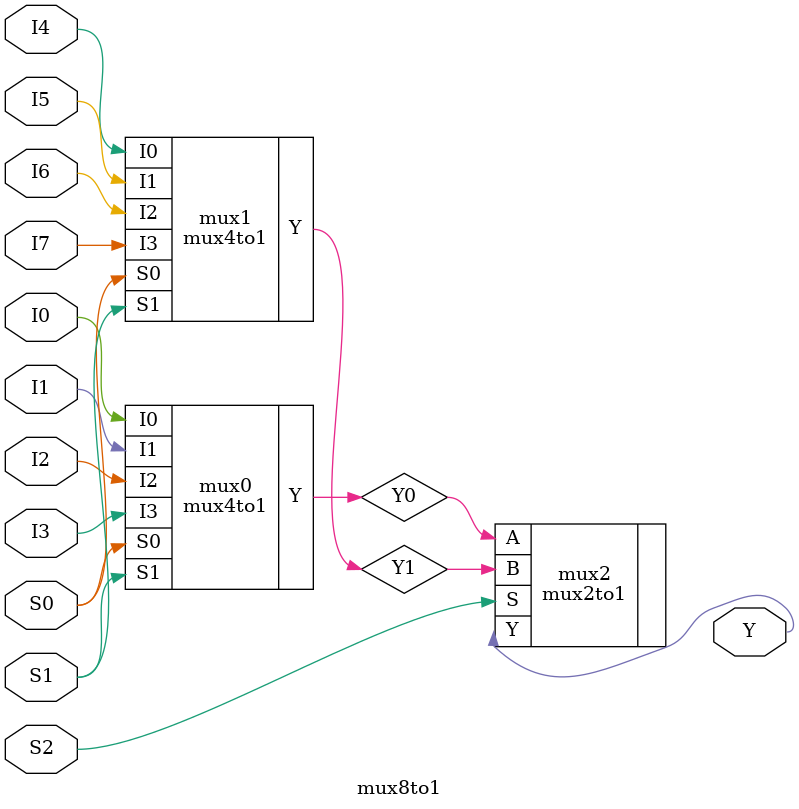
<source format=v>
module mux4to1 (
    input I0,
    input I1,
    input I2,
    input I3,
    input S0,
    input S1,
    output Y
);
    assign Y = (S1 ? (S0 ? I3 : I2) : (S0 ? I1 : I0));
endmodule

module mux8to1 (
    input I0,
    input I1,
    input I2,
    input I3,
    input I4,
    input I5,
    input I6,
    input I7,
    input S0,
    input S1,
    input S2,
    output Y
);
    wire Y0, Y1;

    mux4to1 mux0 (.I0(I0), .I1(I1), .I2(I2), .I3(I3), .S0(S0), .S1(S1), .Y(Y0));
    mux4to1 mux1 (.I0(I4), .I1(I5), .I2(I6), .I3(I7), .S0(S0), .S1(S1), .Y(Y1));
    mux2to1 mux2 (.A(Y0), .B(Y1), .S(S2), .Y(Y));
endmodule
</source>
